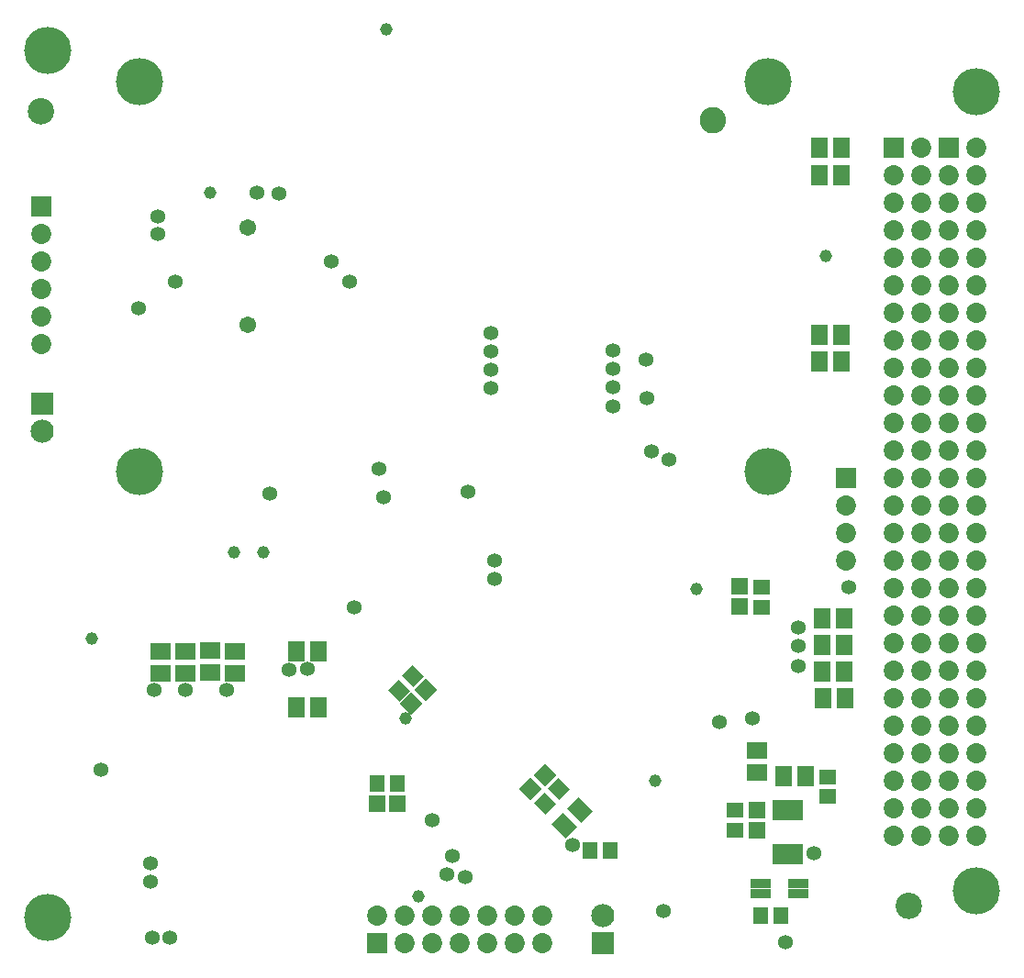
<source format=gbs>
G04*
G04 #@! TF.GenerationSoftware,Altium Limited,Altium Designer,18.1.7 (191)*
G04*
G04 Layer_Color=16711935*
%FSLAX44Y44*%
%MOMM*%
G71*
G01*
G75*
%ADD10C,0.2540*%
%ADD52R,1.8796X1.5556*%
%ADD53C,1.1684*%
%ADD55R,1.5556X1.8796*%
%ADD57R,1.5556X1.5556*%
%ADD58R,1.5556X1.4056*%
%ADD59R,1.4056X1.5556*%
%ADD74C,1.3556*%
%ADD75C,1.8556*%
%ADD76R,1.8556X1.8556*%
%ADD77C,2.1336*%
%ADD78R,2.1336X2.1336*%
%ADD79R,1.8556X1.8556*%
%ADD80C,1.5456*%
%ADD81C,4.3556*%
%ADD82C,1.1556*%
G04:AMPARAMS|DCode=103|XSize=1.5556mm|YSize=1.8796mm|CornerRadius=0mm|HoleSize=0mm|Usage=FLASHONLY|Rotation=225.000|XOffset=0mm|YOffset=0mm|HoleType=Round|Shape=Rectangle|*
%AMROTATEDRECTD103*
4,1,4,-0.1146,1.2145,1.2145,-0.1146,0.1146,-1.2145,-1.2145,0.1146,-0.1146,1.2145,0.0*
%
%ADD103ROTATEDRECTD103*%

G04:AMPARAMS|DCode=104|XSize=1.4056mm|YSize=1.5556mm|CornerRadius=0mm|HoleSize=0mm|Usage=FLASHONLY|Rotation=225.000|XOffset=0mm|YOffset=0mm|HoleType=Round|Shape=Rectangle|*
%AMROTATEDRECTD104*
4,1,4,-0.0530,1.0469,1.0469,-0.0530,0.0530,-1.0469,-1.0469,0.0530,-0.0530,1.0469,0.0*
%
%ADD104ROTATEDRECTD104*%

%ADD105P,2.2000X4X270.0*%
%ADD106R,1.5556X1.5556*%
%ADD107R,0.8056X1.8556*%
%ADD108R,1.8556X0.9256*%
G36*
X697124Y1620124D02*
X700172Y1612250D01*
X697124Y1604122D01*
X689250Y1601328D01*
X681884Y1604122D01*
X678328Y1612250D01*
X681376Y1620124D01*
X689250Y1623172D01*
X697124Y1620124D01*
D02*
G37*
G36*
X1497874Y871126D02*
X1490000Y868078D01*
X1481872Y871126D01*
X1479078Y879000D01*
X1481872Y886366D01*
X1490000Y889922D01*
X1497874Y886874D01*
X1500922Y879000D01*
X1497874Y871126D01*
D02*
G37*
G36*
X1317124Y1596126D02*
X1309250Y1593078D01*
X1301122Y1596126D01*
X1298328Y1604000D01*
X1301122Y1611366D01*
X1309250Y1614922D01*
X1317124Y1611874D01*
X1320172Y1604000D01*
X1317124Y1596126D01*
D02*
G37*
D10*
X1500925Y879000D02*
G03*
X1500925Y879000I-10925J0D01*
G01*
X700175Y1612250D02*
G03*
X700175Y1612250I-10925J0D01*
G01*
X1320175Y1604000D02*
G03*
X1320175Y1604000I-10925J0D01*
G01*
D52*
X1350000Y1022160D02*
D03*
Y1001840D02*
D03*
X868000Y1093840D02*
D03*
Y1114160D02*
D03*
X845000Y1094042D02*
D03*
Y1114362D02*
D03*
X800000Y1114083D02*
D03*
Y1093763D02*
D03*
X822500Y1114083D02*
D03*
Y1093763D02*
D03*
D53*
X1490000Y879000D02*
D03*
X689250Y1612250D02*
D03*
X1309250Y1604000D02*
D03*
D55*
X1428160Y1578800D02*
D03*
X1407840D02*
D03*
X1428160Y1553400D02*
D03*
X1407840D02*
D03*
X1428160Y1406000D02*
D03*
X1407840D02*
D03*
X1428160Y1381000D02*
D03*
X1407840D02*
D03*
X1430160Y1144000D02*
D03*
X1409840D02*
D03*
X1430160Y1120000D02*
D03*
X1409840D02*
D03*
X1430160Y1095000D02*
D03*
X1409840D02*
D03*
X1431160Y1071000D02*
D03*
X1410840D02*
D03*
X1374653Y999000D02*
D03*
X1394973D02*
D03*
X924840Y1114160D02*
D03*
X945160D02*
D03*
X924840Y1062500D02*
D03*
X945160D02*
D03*
D57*
X1334250Y1174300D02*
D03*
Y1155700D02*
D03*
X1350000Y967300D02*
D03*
Y948700D02*
D03*
D58*
X1354250Y1154750D02*
D03*
Y1173250D02*
D03*
X1330000Y967250D02*
D03*
Y948750D02*
D03*
X1415000Y998250D02*
D03*
Y979750D02*
D03*
D59*
X1195750Y930500D02*
D03*
X1214250D02*
D03*
X1017750Y992000D02*
D03*
X999250D02*
D03*
X1372250Y870000D02*
D03*
X1353750D02*
D03*
D74*
X1376000Y845852D02*
D03*
X1050068Y958000D02*
D03*
X1069000Y925000D02*
D03*
X1063750Y908250D02*
D03*
X1080750Y905500D02*
D03*
X1179750Y935500D02*
D03*
X1263750Y874250D02*
D03*
X1402270Y927920D02*
D03*
X1388000Y1100500D02*
D03*
X1315500Y1049000D02*
D03*
X1346000Y1052000D02*
D03*
X1387923Y1118592D02*
D03*
Y1135500D02*
D03*
X1434809Y1173472D02*
D03*
X1252500Y1298500D02*
D03*
X1269000Y1291000D02*
D03*
X1248000Y1347500D02*
D03*
X1247750Y1383000D02*
D03*
X1216750Y1391500D02*
D03*
X1217000Y1374500D02*
D03*
Y1357500D02*
D03*
X1216750Y1340000D02*
D03*
X779250Y1430500D02*
D03*
X978564Y1154250D02*
D03*
X934750Y1097750D02*
D03*
X860500Y1078250D02*
D03*
X822500D02*
D03*
X794000D02*
D03*
X918000Y1097227D02*
D03*
X744230Y1004500D02*
D03*
X790000Y918500D02*
D03*
X790250Y901500D02*
D03*
X808500Y849750D02*
D03*
X791750Y850000D02*
D03*
X1107611Y1181058D02*
D03*
Y1198000D02*
D03*
X1104750Y1407704D02*
D03*
X1104500Y1390500D02*
D03*
X1104351Y1373350D02*
D03*
X1104500Y1357000D02*
D03*
X813500Y1455000D02*
D03*
X957250Y1473250D02*
D03*
X973750Y1455000D02*
D03*
X909000Y1536250D02*
D03*
X888250Y1536750D02*
D03*
X796750Y1515500D02*
D03*
Y1499150D02*
D03*
X1083250Y1261000D02*
D03*
X1005000Y1256175D02*
D03*
X1000750Y1282000D02*
D03*
X900250Y1259250D02*
D03*
D75*
X1432500Y1197800D02*
D03*
Y1223200D02*
D03*
Y1248600D02*
D03*
X690000Y1499150D02*
D03*
Y1473750D02*
D03*
Y1448350D02*
D03*
Y1422950D02*
D03*
Y1397550D02*
D03*
X1151800Y870000D02*
D03*
Y844600D02*
D03*
X1126400Y870000D02*
D03*
Y844600D02*
D03*
X1101000Y870000D02*
D03*
Y844600D02*
D03*
X1075600Y870000D02*
D03*
Y844600D02*
D03*
X1050200Y870000D02*
D03*
Y844600D02*
D03*
X1024800Y870000D02*
D03*
Y844600D02*
D03*
X999400Y870000D02*
D03*
X1476200Y1248600D02*
D03*
X1501600D02*
D03*
X1552400Y969200D02*
D03*
X1527000D02*
D03*
X1552400Y994600D02*
D03*
X1527000D02*
D03*
X1552400Y1020000D02*
D03*
X1527000D02*
D03*
X1552400Y1045400D02*
D03*
X1527000D02*
D03*
X1552400Y1070800D02*
D03*
X1527000D02*
D03*
X1552400Y1096200D02*
D03*
X1527000D02*
D03*
X1552400Y1121600D02*
D03*
X1527000D02*
D03*
X1552400Y1147000D02*
D03*
X1527000D02*
D03*
X1552400Y1172400D02*
D03*
X1527000D02*
D03*
X1552400Y1197800D02*
D03*
X1527000D02*
D03*
X1552400Y1223200D02*
D03*
X1527000D02*
D03*
X1552400Y1248600D02*
D03*
X1527000D02*
D03*
X1552400Y1274000D02*
D03*
X1527000D02*
D03*
X1552400Y1299400D02*
D03*
X1527000D02*
D03*
X1552400Y1324800D02*
D03*
X1527000D02*
D03*
X1552400Y1350200D02*
D03*
X1527000D02*
D03*
X1552400Y1375600D02*
D03*
X1527000Y1375350D02*
D03*
X1552400Y1401000D02*
D03*
X1527000D02*
D03*
X1552400Y1426400D02*
D03*
X1527000D02*
D03*
X1552400Y1451800D02*
D03*
X1526950D02*
D03*
X1552400Y1477200D02*
D03*
X1526950D02*
D03*
X1552400Y1502600D02*
D03*
X1527000D02*
D03*
X1552400Y1528000D02*
D03*
X1527000D02*
D03*
X1552400Y1553400D02*
D03*
X1527000D02*
D03*
X1552400Y1578800D02*
D03*
X1527000Y943800D02*
D03*
X1552400D02*
D03*
X1501600D02*
D03*
X1476200D02*
D03*
X1501600Y1578800D02*
D03*
X1476200Y1553400D02*
D03*
X1501600D02*
D03*
X1476200Y1528000D02*
D03*
X1501600D02*
D03*
X1476200Y1502600D02*
D03*
X1501600D02*
D03*
X1476200Y1477200D02*
D03*
X1501600D02*
D03*
X1476200Y1451800D02*
D03*
X1501600D02*
D03*
X1476200Y1426400D02*
D03*
X1501600D02*
D03*
X1476200Y1401000D02*
D03*
X1501600D02*
D03*
X1476200Y1375350D02*
D03*
X1501600Y1375600D02*
D03*
X1476200Y1350200D02*
D03*
X1501600D02*
D03*
X1476200Y1324800D02*
D03*
X1501600D02*
D03*
X1476200Y1299400D02*
D03*
X1501600D02*
D03*
X1476200Y1274000D02*
D03*
X1501600D02*
D03*
X1476200Y1223200D02*
D03*
X1501600D02*
D03*
X1476200Y1197800D02*
D03*
X1501600D02*
D03*
X1476200Y1172400D02*
D03*
X1501600D02*
D03*
X1476200Y1147000D02*
D03*
X1501600D02*
D03*
X1476200Y1121600D02*
D03*
X1501600D02*
D03*
X1476200Y1096200D02*
D03*
X1501600D02*
D03*
X1476200Y1070800D02*
D03*
X1501600D02*
D03*
X1476200Y1045400D02*
D03*
X1501600D02*
D03*
X1476200Y1020000D02*
D03*
X1501600D02*
D03*
X1476200Y994600D02*
D03*
X1501600D02*
D03*
X1476200Y969200D02*
D03*
X1501600D02*
D03*
D76*
X1432500Y1274000D02*
D03*
X690000Y1524550D02*
D03*
X1526950Y1578800D02*
D03*
X1476200D02*
D03*
D77*
X690316Y1317300D02*
D03*
X1207500Y869984D02*
D03*
D78*
X690316Y1342700D02*
D03*
X1207500Y844584D02*
D03*
D79*
X999400Y844600D02*
D03*
D80*
X880000Y1505000D02*
D03*
Y1415000D02*
D03*
D81*
X1360000Y1280000D02*
D03*
Y1640000D02*
D03*
X780000Y1280000D02*
D03*
Y1640000D02*
D03*
X695790Y1668380D02*
D03*
X1552448Y1629918D02*
D03*
X695790Y868130D02*
D03*
X1552540Y893130D02*
D03*
D82*
X894500Y1205500D02*
D03*
X1025368Y1052360D02*
D03*
X1294538Y1171500D02*
D03*
X736000Y1125500D02*
D03*
X867000Y1205500D02*
D03*
X845000Y1537500D02*
D03*
X1255750Y994250D02*
D03*
X1413750Y1479000D02*
D03*
X1007794Y1687500D02*
D03*
X1037750Y887750D02*
D03*
D103*
X1172566Y953066D02*
D03*
X1186934Y967434D02*
D03*
D104*
X1032857Y1090604D02*
D03*
X1019776Y1077523D02*
D03*
X1154267Y973459D02*
D03*
X1167348Y986541D02*
D03*
D105*
X1031174Y1065174D02*
D03*
X1044326Y1078326D02*
D03*
X1154384Y999576D02*
D03*
X1141232Y986424D02*
D03*
D106*
X1017800Y973500D02*
D03*
X999200D02*
D03*
D107*
X1368250Y926750D02*
D03*
X1374750D02*
D03*
X1387750D02*
D03*
X1381250D02*
D03*
X1387750Y967250D02*
D03*
X1381250D02*
D03*
X1374750D02*
D03*
X1368250D02*
D03*
D108*
X1388250Y899500D02*
D03*
Y890000D02*
D03*
X1353750Y899750D02*
D03*
Y890250D02*
D03*
M02*

</source>
